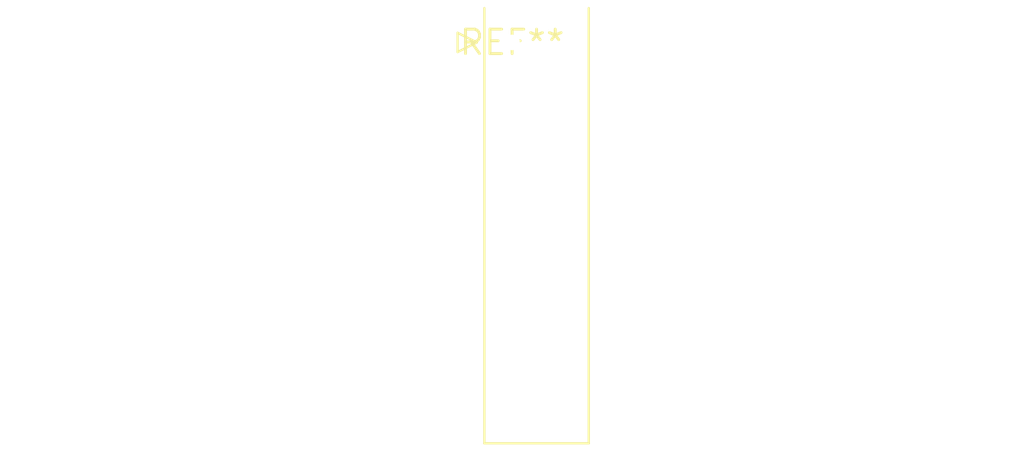
<source format=kicad_pcb>
(kicad_pcb (version 20240108) (generator pcbnew)
  (layers (0 "F.Cu" signal) (31 "B.Cu" signal) (34 "B.Paste" user) (35 "F.Paste" user) (36 "B.SilkS" user "B.Silkscreen") (37 "F.SilkS" user "F.Silkscreen") (38 "B.Mask" user) (39 "F.Mask" user) (44 "Edge.Cuts" user))
  (net 0 "")
  (footprint "TE_Micro-MaTch_1-215079-6_2x08_P1.27mm_Vertical" (layer "F.Cu") (at 0 0)
    (property "Reference" "REF**")
    (property "Value" "TE_Micro-MaTch_1-215079-6_2x08_P1.27mm_Vertical")
    (fp_line (start -2.83 -0.5) (end -1.83 0) (layer "F.SilkS") (stroke (width 0.12)))
    (fp_line (start -2.83 0.5) (end -2.83 -0.5) (layer "F.SilkS") (stroke (width 0.12)))
    (fp_line (start -1.83 0) (end -2.83 0.5) (layer "F.SilkS") (stroke (width 0.12)))
    (fp_line (start -1.44 -1.785) (end -1.44 20.835) (layer "F.SilkS") (stroke (width 0.12)))
    (fp_line (start -1.44 20.835) (end 3.98 20.835) (layer "F.SilkS") (stroke (width 0.12)))
    (fp_line (start 3.98 20.835) (end 3.98 -1.785) (layer "F.SilkS") (stroke (width 0.12)))
    (pad "" np_thru_hole circle (at 1.8 -1.4) (size 1.5 1.5) (drill 1.5) (layers *.Cu *.Mask))
    (pad "1" thru_hole rect (at 0 0) (size 1.3 1.3) (drill 0.8) (layers *.Cu *.Mask) (remove_unused_layers))
    (pad "2" thru_hole circle (at 2.54 1.27) (size 1.3 1.3) (drill 0.8) (layers *.Cu *.Mask) (remove_unused_layers))
    (pad "3" thru_hole circle (at 0 2.54) (size 1.3 1.3) (drill 0.8) (layers *.Cu *.Mask) (remove_unused_layers))
    (pad "4" thru_hole circle (at 2.54 3.81) (size 1.3 1.3) (drill 0.8) (layers *.Cu *.Mask) (remove_unused_layers))
    (pad "5" thru_hole circle (at 0 5.08) (size 1.3 1.3) (drill 0.8) (layers *.Cu *.Mask) (remove_unused_layers))
    (pad "6" thru_hole circle (at 2.54 6.35) (size 1.3 1.3) (drill 0.8) (layers *.Cu *.Mask) (remove_unused_layers))
    (pad "7" thru_hole circle (at 0 7.62) (size 1.3 1.3) (drill 0.8) (layers *.Cu *.Mask) (remove_unused_layers))
    (pad "8" thru_hole circle (at 2.54 8.89) (size 1.3 1.3) (drill 0.8) (layers *.Cu *.Mask) (remove_unused_layers))
    (pad "9" thru_hole circle (at 0 10.16) (size 1.3 1.3) (drill 0.8) (layers *.Cu *.Mask) (remove_unused_layers))
    (pad "10" thru_hole circle (at 2.54 11.43) (size 1.3 1.3) (drill 0.8) (layers *.Cu *.Mask) (remove_unused_layers))
    (pad "11" thru_hole circle (at 0 12.7) (size 1.3 1.3) (drill 0.8) (layers *.Cu *.Mask) (remove_unused_layers))
    (pad "12" thru_hole circle (at 2.54 13.97) (size 1.3 1.3) (drill 0.8) (layers *.Cu *.Mask) (remove_unused_layers))
    (pad "13" thru_hole circle (at 0 15.24) (size 1.3 1.3) (drill 0.8) (layers *.Cu *.Mask) (remove_unused_layers))
    (pad "14" thru_hole circle (at 2.54 16.51) (size 1.3 1.3) (drill 0.8) (layers *.Cu *.Mask) (remove_unused_layers))
    (pad "15" thru_hole circle (at 0 17.78) (size 1.3 1.3) (drill 0.8) (layers *.Cu *.Mask) (remove_unused_layers))
    (pad "16" thru_hole circle (at 2.54 19.05) (size 1.3 1.3) (drill 0.8) (layers *.Cu *.Mask) (remove_unused_layers))
  )
)
</source>
